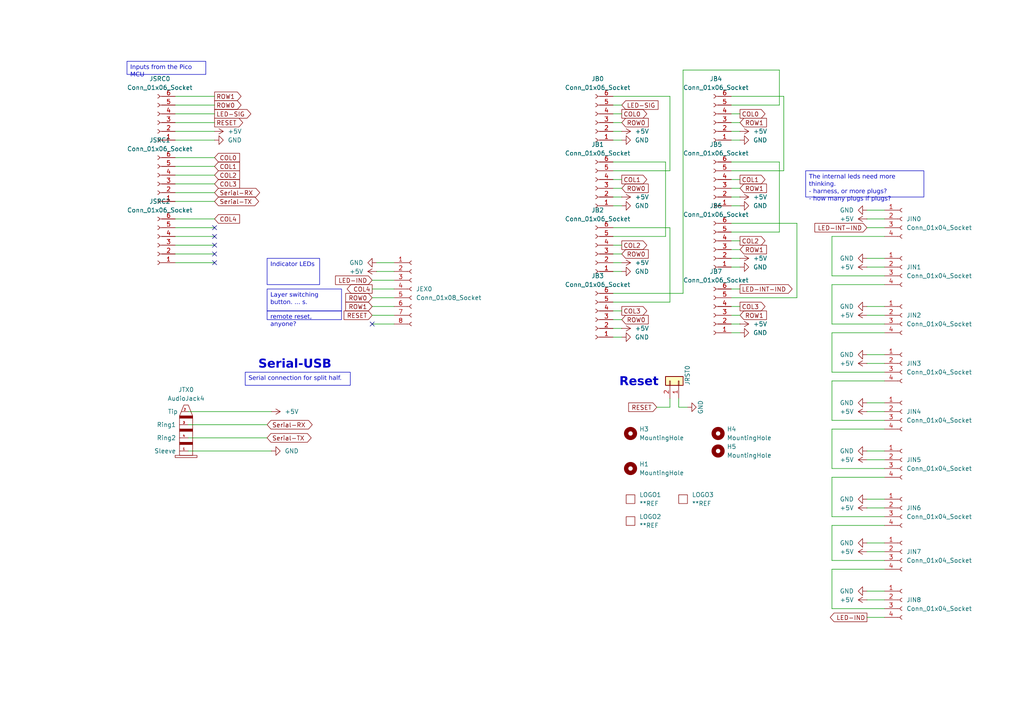
<source format=kicad_sch>
(kicad_sch (version 20231120) (generator "eeschema") (generator_version "8.0")
  (paper "A4")
  (lib_symbols
    (symbol "+5V_1" (power) (pin_numbers hide) (pin_names (offset 0) hide)
      (property "Value" "+5V" (at 0 3.556 0))
      (symbol "+5V_1_0_1"
        (polyline (pts (xy -0.762 1.27) (xy 0 2.54)))
        (polyline (pts (xy 0 0) (xy 0 2.54)))
        (polyline (pts (xy 0 2.54) (xy 0.762 1.27)))
      )
      (symbol "+5V_1_1_1"
        (pin power_in line (at 0 0 90) (length 0) (name "~") (number "1"))
      )
    )
    (symbol "+5V_2" (power) (pin_numbers hide) (pin_names (offset 0) hide)
      (property "Value" "+5V" (at 0 3.556 0))
      (symbol "+5V_2_0_1"
        (polyline (pts (xy -0.762 1.27) (xy 0 2.54)))
        (polyline (pts (xy 0 0) (xy 0 2.54)))
        (polyline (pts (xy 0 2.54) (xy 0.762 1.27)))
      )
      (symbol "+5V_2_1_1"
        (pin power_in line (at 0 0 90) (length 0) (name "~") (number "1"))
      )
    )
    (symbol "Connector:Conn_01x04_Socket" (pin_names (offset 1.016) hide)
      (property "Reference" "J" (at 0 5.08 0))
      (property "Value" "Conn_01x04_Socket" (at 0 -7.62 0))
      (symbol "Conn_01x04_Socket_1_1"
        (arc (start 0 -4.572) (mid -0.5058 -5.08) (end 0 -5.588) (stroke (width 0.1524)))
        (arc (start 0 -2.032) (mid -0.5058 -2.54) (end 0 -3.048) (stroke (width 0.1524)))
        (polyline (pts (xy -1.27 -5.08) (xy -0.508 -5.08)) (stroke (width 0.1524)))
        (polyline (pts (xy -1.27 -2.54) (xy -0.508 -2.54)) (stroke (width 0.1524)))
        (polyline (pts (xy -1.27 0) (xy -0.508 0)) (stroke (width 0.1524)))
        (polyline (pts (xy -1.27 2.54) (xy -0.508 2.54)) (stroke (width 0.1524)))
        (arc (start 0 0.508) (mid -0.5058 0) (end 0 -0.508) (stroke (width 0.1524)))
        (arc (start 0 3.048) (mid -0.5058 2.54) (end 0 2.032) (stroke (width 0.1524)))
        (pin passive line (at -5.08 2.54 0) (length 3.81) (name "Pin_1") (number "1"))
        (pin passive line (at -5.08 0 0) (length 3.81) (name "Pin_2") (number "2"))
        (pin passive line (at -5.08 -2.54 0) (length 3.81) (name "Pin_3") (number "3"))
        (pin passive line (at -5.08 -5.08 0) (length 3.81) (name "Pin_4") (number "4"))
      )
    )
    (symbol "Connector:Conn_01x06_Socket" (pin_names (offset 1.016) hide)
      (property "Reference" "J" (at 0 7.62 0))
      (property "Value" "Conn_01x06_Socket" (at 0 -10.16 0))
      (symbol "Conn_01x06_Socket_1_1"
        (arc (start 0 -7.112) (mid -0.5058 -7.62) (end 0 -8.128) (stroke (width 0.1524)))
        (arc (start 0 -4.572) (mid -0.5058 -5.08) (end 0 -5.588) (stroke (width 0.1524)))
        (arc (start 0 -2.032) (mid -0.5058 -2.54) (end 0 -3.048) (stroke (width 0.1524)))
        (polyline (pts (xy -1.27 -7.62) (xy -0.508 -7.62)) (stroke (width 0.1524)))
        (polyline (pts (xy -1.27 -5.08) (xy -0.508 -5.08)) (stroke (width 0.1524)))
        (polyline (pts (xy -1.27 -2.54) (xy -0.508 -2.54)) (stroke (width 0.1524)))
        (polyline (pts (xy -1.27 0) (xy -0.508 0)) (stroke (width 0.1524)))
        (polyline (pts (xy -1.27 2.54) (xy -0.508 2.54)) (stroke (width 0.1524)))
        (polyline (pts (xy -1.27 5.08) (xy -0.508 5.08)) (stroke (width 0.1524)))
        (arc (start 0 0.508) (mid -0.5058 0) (end 0 -0.508) (stroke (width 0.1524)))
        (arc (start 0 3.048) (mid -0.5058 2.54) (end 0 2.032) (stroke (width 0.1524)))
        (arc (start 0 5.588) (mid -0.5058 5.08) (end 0 4.572) (stroke (width 0.1524)))
        (pin passive line (at -5.08 5.08 0) (length 3.81) (name "Pin_1") (number "1"))
        (pin passive line (at -5.08 2.54 0) (length 3.81) (name "Pin_2") (number "2"))
        (pin passive line (at -5.08 0 0) (length 3.81) (name "Pin_3") (number "3"))
        (pin passive line (at -5.08 -2.54 0) (length 3.81) (name "Pin_4") (number "4"))
        (pin passive line (at -5.08 -5.08 0) (length 3.81) (name "Pin_5") (number "5"))
        (pin passive line (at -5.08 -7.62 0) (length 3.81) (name "Pin_6") (number "6"))
      )
    )
    (symbol "Connector:Conn_01x08_Socket" (pin_names (offset 1.016) hide)
      (property "Reference" "J" (at 0 10.16 0))
      (property "Value" "Conn_01x08_Socket" (at 0 -12.7 0))
      (symbol "Conn_01x08_Socket_1_1"
        (arc (start 0 -9.652) (mid -0.5058 -10.16) (end 0 -10.668) (stroke (width 0.1524)))
        (arc (start 0 -7.112) (mid -0.5058 -7.62) (end 0 -8.128) (stroke (width 0.1524)))
        (arc (start 0 -4.572) (mid -0.5058 -5.08) (end 0 -5.588) (stroke (width 0.1524)))
        (arc (start 0 -2.032) (mid -0.5058 -2.54) (end 0 -3.048) (stroke (width 0.1524)))
        (polyline (pts (xy -1.27 -10.16) (xy -0.508 -10.16)) (stroke (width 0.1524)))
        (polyline (pts (xy -1.27 -7.62) (xy -0.508 -7.62)) (stroke (width 0.1524)))
        (polyline (pts (xy -1.27 -5.08) (xy -0.508 -5.08)) (stroke (width 0.1524)))
        (polyline (pts (xy -1.27 -2.54) (xy -0.508 -2.54)) (stroke (width 0.1524)))
        (polyline (pts (xy -1.27 0) (xy -0.508 0)) (stroke (width 0.1524)))
        (polyline (pts (xy -1.27 2.54) (xy -0.508 2.54)) (stroke (width 0.1524)))
        (polyline (pts (xy -1.27 5.08) (xy -0.508 5.08)) (stroke (width 0.1524)))
        (polyline (pts (xy -1.27 7.62) (xy -0.508 7.62)) (stroke (width 0.1524)))
        (arc (start 0 0.508) (mid -0.5058 0) (end 0 -0.508) (stroke (width 0.1524)))
        (arc (start 0 3.048) (mid -0.5058 2.54) (end 0 2.032) (stroke (width 0.1524)))
        (arc (start 0 5.588) (mid -0.5058 5.08) (end 0 4.572) (stroke (width 0.1524)))
        (arc (start 0 8.128) (mid -0.5058 7.62) (end 0 7.112) (stroke (width 0.1524)))
        (pin passive line (at -5.08 7.62 0) (length 3.81) (name "Pin_1") (number "1"))
        (pin passive line (at -5.08 5.08 0) (length 3.81) (name "Pin_2") (number "2"))
        (pin passive line (at -5.08 2.54 0) (length 3.81) (name "Pin_3") (number "3"))
        (pin passive line (at -5.08 0 0) (length 3.81) (name "Pin_4") (number "4"))
        (pin passive line (at -5.08 -2.54 0) (length 3.81) (name "Pin_5") (number "5"))
        (pin passive line (at -5.08 -5.08 0) (length 3.81) (name "Pin_6") (number "6"))
        (pin passive line (at -5.08 -7.62 0) (length 3.81) (name "Pin_7") (number "7"))
        (pin passive line (at -5.08 -10.16 0) (length 3.81) (name "Pin_8") (number "8"))
      )
    )
    (symbol "Connector_Generic:Conn_01x02" (pin_names (offset 1.016) hide)
      (property "Reference" "J" (at 0 2.54 0))
      (property "Value" "Conn_01x02" (at 0 -5.08 0))
      (symbol "Conn_01x02_1_1"
        (rectangle (start -1.27 -2.413) (end 0 -2.667) (stroke (width 0.1524)))
        (rectangle (start -1.27 0.127) (end 0 -0.127) (stroke (width 0.1524)))
        (rectangle (start -1.27 1.27) (end 1.27 -3.81) (stroke (width 0.254)) (fill (type background)))
        (pin passive line (at -5.08 0 0) (length 3.81) (name "Pin_1") (number "1"))
        (pin passive line (at -5.08 -2.54 0) (length 3.81) (name "Pin_2") (number "2"))
      )
    )
    (symbol "GND_1" (power) (pin_numbers hide) (pin_names (offset 0) hide)
      (property "Value" "GND" (at 0 -3.81 0))
      (symbol "GND_1_0_1"
        (polyline (pts (xy 0 0) (xy 0 -1.27) (xy 1.27 -1.27) (xy 0 -2.54) (xy -1.27 -1.27) (xy 0 -1.27)))
      )
      (symbol "GND_1_1_1"
        (pin power_in line (at 0 0 270) (length 0) (name "~") (number "1"))
      )
    )
    (symbol "GND_2" (power) (pin_numbers hide) (pin_names (offset 0) hide)
      (property "Value" "GND" (at 0 -3.81 0))
      (symbol "GND_2_0_1"
        (polyline (pts (xy 0 0) (xy 0 -1.27) (xy 1.27 -1.27) (xy 0 -2.54) (xy -1.27 -1.27) (xy 0 -1.27)))
      )
      (symbol "GND_2_1_1"
        (pin power_in line (at 0 0 270) (length 0) (name "~") (number "1"))
      )
    )
    (symbol "Mechanical:MountingHole" (pin_names (offset 1.016)) (exclude_from_sim yes) (in_bom no)
      (property "Reference" "H" (at 0 5.08 0))
      (property "Value" "MountingHole" (at 0 3.175 0))
      (symbol "MountingHole_0_1"
        (circle (center 0 0) (radius 1.27) (stroke (width 1.27)))
      )
    )
    (symbol "PJ-320A_Library:PJ-320A" (pin_names (offset 1.016))
      (property "Reference" "U" (at 0 -1.905 0))
      (property "Value" "PJ-320A" (at 0 0 0))
      (symbol "PJ-320A_0_1"
        (rectangle (start -3.175 1.27) (end 3.175 1.905))
        (rectangle (start -1.905 1.905) (end 1.905 5.08))
        (rectangle (start -1.905 5.08) (end 1.905 5.715) (fill (type outline)))
        (rectangle (start -1.905 5.715) (end 1.905 8.89))
        (rectangle (start -1.905 8.89) (end 1.905 9.525) (fill (type outline)))
        (rectangle (start -1.905 9.525) (end 1.905 12.7))
        (rectangle (start -1.905 12.7) (end 1.905 13.335) (fill (type outline)))
        (polyline (pts (xy -1.905 13.335) (xy -0.635 16.51) (xy 0.635 16.51) (xy 1.905 13.335) (xy -1.905 13.335)))
      )
      (symbol "PJ-320A_1_1"
        (pin bidirectional line (at 0.635 3.175 180) (length 2.54) (name "Sleeve") (number "1"))
        (pin bidirectional line (at 0.635 14.605 180) (length 2.0066) (name "Tip") (number "2"))
        (pin bidirectional line (at 0.635 10.795 180) (length 2.54) (name "Ring1") (number "3"))
        (pin bidirectional line (at 0.635 6.985 180) (length 2.54) (name "Ring2") (number "4"))
      )
    )
    (symbol "ct-kicad:awesome-logo" (in_bom no)
      (property "Reference" "LOGO" (at 0 0 0))
      (property "Value" "**REF" (at 0 0 0))
      (symbol "awesome-logo_0_1"
        (rectangle (start -1.27 1.27) (end 1.27 -1.27))
      )
    )
    (symbol "ct-kicad:pedalinator-qr-10mm" (in_bom no)
      (property "Reference" "LOGO" (at 0 0 0))
      (property "Value" "**REF" (at 0 0 0))
      (symbol "pedalinator-qr-10mm_0_1"
        (rectangle (start -1.27 1.27) (end 1.27 -1.27))
      )
    )
    (symbol "power:GND" (power) (pin_names (offset 0))
      (property "Value" "GND" (at 0 -3.81 0))
      (symbol "GND_0_1"
        (polyline (pts (xy 0 0) (xy 0 -1.27) (xy 1.27 -1.27) (xy 0 -2.54) (xy -1.27 -1.27) (xy 0 -1.27)))
      )
      (symbol "GND_1_1"
        (pin power_in line (at 0 0 270) (length 0) hide (name "GND") (number "1"))
      )
    )
  )
  (no_connect (at 62.23 68.58))
  (no_connect (at 62.23 73.66))
  (no_connect (at 107.95 93.98))
  (no_connect (at 62.23 76.2))
  (no_connect (at 62.23 66.04))
  (no_connect (at 62.23 71.12))
  (wire (pts (xy 193.04 46.99) (xy 193.04 68.58)))
  (wire (pts (xy 177.8 46.99) (xy 193.04 46.99)))
  (wire (pts (xy 212.09 86.36) (xy 231.14 86.36)))
  (wire (pts (xy 241.3 124.46) (xy 241.3 135.89)))
  (wire (pts (xy 50.8 45.72) (xy 62.23 45.72)))
  (wire (pts (xy 251.46 60.96) (xy 256.54 60.96)))
  (wire (pts (xy 256.54 96.52) (xy 241.3 96.52)))
  (wire (pts (xy 241.3 138.43) (xy 241.3 149.86)))
  (wire (pts (xy 50.8 55.88) (xy 62.23 55.88)))
  (wire (pts (xy 256.54 138.43) (xy 241.3 138.43)))
  (wire (pts (xy 50.8 53.34) (xy 62.23 53.34)))
  (wire (pts (xy 177.8 90.17) (xy 180.34 90.17)))
  (wire (pts (xy 177.8 66.04) (xy 194.31 66.04)))
  (wire (pts (xy 50.8 38.1) (xy 62.23 38.1)))
  (wire (pts (xy 177.8 49.53) (xy 194.31 49.53)))
  (wire (pts (xy 231.14 64.77) (xy 231.14 86.36)))
  (wire (pts (xy 198.12 85.09) (xy 198.12 20.32)))
  (wire (pts (xy 177.8 92.71) (xy 180.34 92.71)))
  (wire (pts (xy 212.09 72.39) (xy 214.63 72.39)))
  (wire (pts (xy 109.22 76.2) (xy 114.3 76.2)))
  (wire (pts (xy 241.3 107.95) (xy 256.54 107.95)))
  (wire (pts (xy 241.3 110.49) (xy 241.3 121.92)))
  (wire (pts (xy 212.09 27.94) (xy 227.33 27.94)))
  (wire (pts (xy 177.8 54.61) (xy 180.34 54.61)))
  (wire (pts (xy 54.61 130.81) (xy 78.74 130.81)))
  (wire (pts (xy 241.3 176.53) (xy 256.54 176.53)))
  (wire (pts (xy 212.09 96.52) (xy 214.63 96.52)))
  (wire (pts (xy 256.54 110.49) (xy 241.3 110.49)))
  (wire (pts (xy 241.3 68.58) (xy 241.3 80.01)))
  (wire (pts (xy 251.46 105.41) (xy 256.54 105.41)))
  (wire (pts (xy 251.46 144.78) (xy 256.54 144.78)))
  (wire (pts (xy 177.8 52.07) (xy 180.34 52.07)))
  (wire (pts (xy 251.46 130.81) (xy 256.54 130.81)))
  (wire (pts (xy 256.54 124.46) (xy 241.3 124.46)))
  (wire (pts (xy 241.3 162.56) (xy 241.3 152.4)))
  (wire (pts (xy 107.95 83.82) (xy 114.3 83.82)))
  (wire (pts (xy 107.95 91.44) (xy 114.3 91.44)))
  (wire (pts (xy 194.31 118.11) (xy 190.5 118.11)))
  (wire (pts (xy 50.8 48.26) (xy 62.23 48.26)))
  (wire (pts (xy 256.54 68.58) (xy 241.3 68.58)))
  (wire (pts (xy 212.09 46.99) (xy 226.06 46.99)))
  (wire (pts (xy 194.31 49.53) (xy 194.31 27.94)))
  (wire (pts (xy 212.09 88.9) (xy 214.63 88.9)))
  (wire (pts (xy 107.95 88.9) (xy 114.3 88.9)))
  (wire (pts (xy 177.8 38.1) (xy 180.34 38.1)))
  (wire (pts (xy 50.8 73.66) (xy 62.23 73.66)))
  (wire (pts (xy 212.09 77.47) (xy 214.63 77.47)))
  (wire (pts (xy 177.8 95.25) (xy 180.34 95.25)))
  (wire (pts (xy 177.8 30.48) (xy 180.34 30.48)))
  (wire (pts (xy 251.46 133.35) (xy 256.54 133.35)))
  (wire (pts (xy 251.46 88.9) (xy 256.54 88.9)))
  (wire (pts (xy 251.46 66.04) (xy 256.54 66.04)))
  (wire (pts (xy 251.46 147.32) (xy 256.54 147.32)))
  (wire (pts (xy 212.09 69.85) (xy 214.63 69.85)))
  (wire (pts (xy 177.8 97.79) (xy 180.34 97.79)))
  (wire (pts (xy 194.31 118.11) (xy 194.31 115.57)))
  (wire (pts (xy 212.09 54.61) (xy 214.63 54.61)))
  (wire (pts (xy 212.09 57.15) (xy 214.63 57.15)))
  (wire (pts (xy 107.95 93.98) (xy 114.3 93.98)))
  (wire (pts (xy 212.09 30.48) (xy 226.06 30.48)))
  (wire (pts (xy 177.8 85.09) (xy 198.12 85.09)))
  (wire (pts (xy 177.8 57.15) (xy 180.34 57.15)))
  (wire (pts (xy 109.22 78.74) (xy 114.3 78.74)))
  (wire (pts (xy 177.8 71.12) (xy 180.34 71.12)))
  (wire (pts (xy 227.33 27.94) (xy 227.33 49.53)))
  (wire (pts (xy 241.3 165.1) (xy 256.54 165.1)))
  (wire (pts (xy 50.8 50.8) (xy 62.23 50.8)))
  (wire (pts (xy 241.3 135.89) (xy 256.54 135.89)))
  (wire (pts (xy 177.8 87.63) (xy 194.31 87.63)))
  (wire (pts (xy 107.95 86.36) (xy 114.3 86.36)))
  (wire (pts (xy 241.3 165.1) (xy 241.3 176.53)))
  (wire (pts (xy 241.3 93.98) (xy 256.54 93.98)))
  (wire (pts (xy 196.85 115.57) (xy 196.85 118.11)))
  (wire (pts (xy 212.09 64.77) (xy 231.14 64.77)))
  (wire (pts (xy 194.31 27.94) (xy 177.8 27.94)))
  (wire (pts (xy 50.8 35.56) (xy 62.23 35.56)))
  (wire (pts (xy 212.09 33.02) (xy 214.63 33.02)))
  (wire (pts (xy 177.8 35.56) (xy 180.34 35.56)))
  (wire (pts (xy 54.61 119.38) (xy 78.74 119.38)))
  (wire (pts (xy 212.09 93.98) (xy 214.63 93.98)))
  (wire (pts (xy 256.54 82.55) (xy 241.3 82.55)))
  (wire (pts (xy 226.06 20.32) (xy 226.06 30.48)))
  (wire (pts (xy 54.61 123.19) (xy 77.47 123.19)))
  (wire (pts (xy 251.46 157.48) (xy 256.54 157.48)))
  (wire (pts (xy 241.3 121.92) (xy 256.54 121.92)))
  (wire (pts (xy 251.46 74.93) (xy 256.54 74.93)))
  (wire (pts (xy 177.8 73.66) (xy 180.34 73.66)))
  (wire (pts (xy 251.46 63.5) (xy 256.54 63.5)))
  (wire (pts (xy 107.95 81.28) (xy 114.3 81.28)))
  (wire (pts (xy 251.46 160.02) (xy 256.54 160.02)))
  (wire (pts (xy 241.3 82.55) (xy 241.3 93.98)))
  (wire (pts (xy 212.09 38.1) (xy 214.63 38.1)))
  (wire (pts (xy 241.3 149.86) (xy 256.54 149.86)))
  (wire (pts (xy 212.09 67.31) (xy 226.06 67.31)))
  (wire (pts (xy 50.8 30.48) (xy 62.23 30.48)))
  (wire (pts (xy 241.3 80.01) (xy 256.54 80.01)))
  (wire (pts (xy 50.8 58.42) (xy 62.23 58.42)))
  (wire (pts (xy 177.8 59.69) (xy 180.34 59.69)))
  (wire (pts (xy 212.09 49.53) (xy 227.33 49.53)))
  (wire (pts (xy 212.09 40.64) (xy 214.63 40.64)))
  (wire (pts (xy 212.09 83.82) (xy 214.63 83.82)))
  (wire (pts (xy 226.06 46.99) (xy 226.06 67.31)))
  (wire (pts (xy 251.46 171.45) (xy 256.54 171.45)))
  (wire (pts (xy 177.8 40.64) (xy 180.34 40.64)))
  (wire (pts (xy 50.8 71.12) (xy 62.23 71.12)))
  (wire (pts (xy 251.46 119.38) (xy 256.54 119.38)))
  (wire (pts (xy 251.46 116.84) (xy 256.54 116.84)))
  (wire (pts (xy 241.3 162.56) (xy 256.54 162.56)))
  (wire (pts (xy 212.09 52.07) (xy 214.63 52.07)))
  (wire (pts (xy 50.8 40.64) (xy 62.23 40.64)))
  (wire (pts (xy 50.8 63.5) (xy 62.23 63.5)))
  (wire (pts (xy 212.09 35.56) (xy 214.63 35.56)))
  (wire (pts (xy 54.61 127) (xy 77.47 127)))
  (wire (pts (xy 177.8 76.2) (xy 180.34 76.2)))
  (wire (pts (xy 212.09 74.93) (xy 214.63 74.93)))
  (wire (pts (xy 50.8 76.2) (xy 62.23 76.2)))
  (wire (pts (xy 196.85 118.11) (xy 199.39 118.11)))
  (wire (pts (xy 177.8 68.58) (xy 193.04 68.58)))
  (wire (pts (xy 50.8 66.04) (xy 62.23 66.04)))
  (wire (pts (xy 251.46 102.87) (xy 256.54 102.87)))
  (wire (pts (xy 194.31 66.04) (xy 194.31 87.63)))
  (wire (pts (xy 251.46 179.07) (xy 256.54 179.07)))
  (wire (pts (xy 212.09 59.69) (xy 214.63 59.69)))
  (wire (pts (xy 177.8 78.74) (xy 180.34 78.74)))
  (wire (pts (xy 198.12 20.32) (xy 226.06 20.32)))
  (wire (pts (xy 241.3 96.52) (xy 241.3 107.95)))
  (wire (pts (xy 251.46 173.99) (xy 256.54 173.99)))
  (wire (pts (xy 212.09 91.44) (xy 214.63 91.44)))
  (wire (pts (xy 251.46 91.44) (xy 256.54 91.44)))
  (wire (pts (xy 50.8 68.58) (xy 62.23 68.58)))
  (wire (pts (xy 50.8 33.02) (xy 62.23 33.02)))
  (wire (pts (xy 241.3 152.4) (xy 256.54 152.4)))
  (wire (pts (xy 50.8 27.94) (xy 62.23 27.94)))
  (wire (pts (xy 251.46 77.47) (xy 256.54 77.47)))
  (wire (pts (xy 177.8 33.02) (xy 180.34 33.02)))
  (text_box "Serial connection for split half." (at 71.12 107.95 0) (size 30.48 3.81) (effects (font (size 1.27 1.27)) (justify left top)))
  (text_box "The internal leds need more thinking.\n- harness, or more plugs?\n- how many plugs if plugs?" (at 233.68 49.53 0) (size 34.29 7.62) (effects (font (size 1.27 1.27)) (justify left top)))
  (text_box "Layer switching button. ... s." (at 77.47 83.82 0) (size 21.59 6.35) (effects (font (size 1.27 1.27)) (justify left top)))
  (text_box "remote reset, anyone?" (at 77.47 90.17 0) (size 21.59 2.54) (effects (font (size 1.27 1.27)) (justify left top)))
  (text_box "Inputs from the Pico MCU" (at 36.83 17.78 0) (size 22.86 3.81) (effects (font (size 1.27 1.27)) (justify left top)))
  (text_box "Indicator LEDs" (at 77.47 74.93 0) (size 15.24 7.62) (effects (font (size 1.27 1.27)) (justify left top)))
  (text "Reset" (at 191.008 113.03 0) (effects (font (size 2.54 2.54) (thickness 0.508) (bold yes) (italic yes)) (justify right bottom)))
  (text "Serial-USB" (at 74.93 107.95 0) (effects (font (size 2.54 2.54) (thickness 0.508) (bold yes) (italic yes)) (justify left bottom)))
  (global_label "COL1" (shape input) (at 62.23 48.26 0) (property "Intersheetrefs" "${INTERSHEET_REFS}" (effects (hide yes))))
  (global_label "LED-IND" (shape input) (at 107.95 81.28 180) (property "Intersheetrefs" "${INTERSHEET_REFS}" (effects (hide yes))))
  (global_label "ROW0" (shape input) (at 180.34 54.61 0) (property "Intersheetrefs" "${INTERSHEET_REFS}" (effects (hide yes))))
  (global_label "COL4" (shape input) (at 62.23 63.5 0) (property "Intersheetrefs" "${INTERSHEET_REFS}" (effects (hide yes))))
  (global_label "COL1" (shape output) (at 214.63 52.07 0) (property "Intersheetrefs" "${INTERSHEET_REFS}" (effects (hide yes))))
  (global_label "ROW0" (shape input) (at 180.34 35.56 0) (property "Intersheetrefs" "${INTERSHEET_REFS}" (effects (hide yes))))
  (global_label "RESET" (shape output) (at 62.23 35.56 0) (property "Intersheetrefs" "${INTERSHEET_REFS}" (effects (hide yes))))
  (global_label "RESET" (shape input) (at 190.5 118.11 180) (property "Intersheetrefs" "${INTERSHEET_REFS}" (effects (hide yes))))
  (global_label "COL4" (shape output) (at 107.95 83.82 180) (property "Intersheetrefs" "${INTERSHEET_REFS}" (effects (hide yes))))
  (global_label "COL0" (shape input) (at 62.23 45.72 0) (property "Intersheetrefs" "${INTERSHEET_REFS}" (effects (hide yes))))
  (global_label "COL2" (shape input) (at 62.23 50.8 0) (property "Intersheetrefs" "${INTERSHEET_REFS}" (effects (hide yes))))
  (global_label "ROW1" (shape input) (at 214.63 91.44 0) (property "Intersheetrefs" "${INTERSHEET_REFS}" (effects (hide yes))))
  (global_label "COL2" (shape output) (at 214.63 69.85 0) (property "Intersheetrefs" "${INTERSHEET_REFS}" (effects (hide yes))))
  (global_label "LED-SIG" (shape input) (at 180.34 30.48 0) (property "Intersheetrefs" "${INTERSHEET_REFS}" (effects (hide yes))))
  (global_label "LED-IND" (shape output) (at 251.46 179.07 180) (property "Intersheetrefs" "${INTERSHEET_REFS}" (effects (hide yes))))
  (global_label "LED-SIG" (shape output) (at 62.23 33.02 0) (property "Intersheetrefs" "${INTERSHEET_REFS}" (effects (hide yes))))
  (global_label "Serial-RX" (shape bidirectional) (at 62.23 55.88 0) (property "Intersheetrefs" "${INTERSHEET_REFS}" (effects (hide yes))))
  (global_label "COL2" (shape output) (at 180.34 71.12 0) (property "Intersheetrefs" "${INTERSHEET_REFS}" (effects (hide yes))))
  (global_label "LED-INT-IND" (shape output) (at 214.63 83.82 0) (property "Intersheetrefs" "${INTERSHEET_REFS}" (effects (hide yes))))
  (global_label "ROW1" (shape input) (at 214.63 54.61 0) (property "Intersheetrefs" "${INTERSHEET_REFS}" (effects (hide yes))))
  (global_label "ROW1" (shape output) (at 62.23 27.94 0) (property "Intersheetrefs" "${INTERSHEET_REFS}" (effects (hide yes))))
  (global_label "ROW0" (shape input) (at 107.95 86.36 180) (property "Intersheetrefs" "${INTERSHEET_REFS}" (effects (hide yes))))
  (global_label "Serial-RX" (shape bidirectional) (at 77.47 123.19 0) (property "Intersheetrefs" "${INTERSHEET_REFS}" (effects (hide yes))))
  (global_label "COL0" (shape output) (at 180.34 33.02 0) (property "Intersheetrefs" "${INTERSHEET_REFS}" (effects (hide yes))))
  (global_label "ROW0" (shape input) (at 180.34 73.66 0) (property "Intersheetrefs" "${INTERSHEET_REFS}" (effects (hide yes))))
  (global_label "ROW1" (shape input) (at 107.95 88.9 180) (property "Intersheetrefs" "${INTERSHEET_REFS}" (effects (hide yes))))
  (global_label "COL1" (shape output) (at 180.34 52.07 0) (property "Intersheetrefs" "${INTERSHEET_REFS}" (effects (hide yes))))
  (global_label "ROW1" (shape input) (at 214.63 35.56 0) (property "Intersheetrefs" "${INTERSHEET_REFS}" (effects (hide yes))))
  (global_label "Serial-TX" (shape bidirectional) (at 77.47 127 0) (property "Intersheetrefs" "${INTERSHEET_REFS}" (effects (hide yes))))
  (global_label "Serial-TX" (shape bidirectional) (at 62.23 58.42 0) (property "Intersheetrefs" "${INTERSHEET_REFS}" (effects (hide yes))))
  (global_label "COL3" (shape output) (at 180.34 90.17 0) (property "Intersheetrefs" "${INTERSHEET_REFS}" (effects (hide yes))))
  (global_label "COL3" (shape output) (at 214.63 88.9 0) (property "Intersheetrefs" "${INTERSHEET_REFS}" (effects (hide yes))))
  (global_label "COL3" (shape input) (at 62.23 53.34 0) (property "Intersheetrefs" "${INTERSHEET_REFS}" (effects (hide yes))))
  (global_label "RESET" (shape input) (at 107.95 91.44 180) (property "Intersheetrefs" "${INTERSHEET_REFS}" (effects (hide yes))))
  (global_label "ROW0" (shape output) (at 62.23 30.48 0) (property "Intersheetrefs" "${INTERSHEET_REFS}" (effects (hide yes))))
  (global_label "COL0" (shape output) (at 214.63 33.02 0) (property "Intersheetrefs" "${INTERSHEET_REFS}" (effects (hide yes))))
  (global_label "ROW1" (shape input) (at 214.63 72.39 0) (property "Intersheetrefs" "${INTERSHEET_REFS}" (effects (hide yes))))
  (global_label "ROW0" (shape input) (at 180.34 92.71 0) (property "Intersheetrefs" "${INTERSHEET_REFS}" (effects (hide yes))))
  (global_label "LED-INT-IND" (shape input) (at 251.46 66.04 180) (property "Intersheetrefs" "${INTERSHEET_REFS}" (effects (hide yes))))
  (symbol (lib_id "Connector:Conn_01x06_Socket") (at 172.72 73.66 180) (unit 1) (in_bom no)
    (property "Reference" "JB2" (at 173.355 60.96 0))
    (property "Value" "Conn_01x06_Socket" (at 173.355 63.5 0))
    (property "Footprint" "Connector_JST:JST_XH_1x06_P2.50mm_Horizontal-CT" (effects (hide yes)))
    (property "Description" "Generic connector, single row, 01x06, script generated" (effects (hide yes)))
  )
  (symbol (lib_id "ct-kicad:awesome-logo") (at 182.88 144.78 0) (unit 1) (in_bom no)
    (property "Reference" "LOGO1" (at 185.42 143.5099 0) (effects (justify left)))
    (property "Value" "**REF" (at 185.42 146.0499 0) (effects (justify left)))
    (property "Footprint" "ct-kicad:awesome-logo" (effects (hide yes)))
    (property "Description" "the crazymittens logo" (effects (hide yes)))
  )
  (symbol (lib_name "+5V_2") (lib_id "power:+5V") (at 109.22 78.74 90) (unit 1)
    (property "Reference" "#PWR033" (effects (hide yes)))
    (property "Value" "+5V" (at 105.41 78.7399 90) (effects (justify left)))
    (property "Description" "Power symbol creates a global label with name \"+5V\"" (effects (hide yes)))
  )
  (symbol (lib_id "Connector:Conn_01x04_Socket") (at 261.62 173.99 0) (unit 1)
    (property "Reference" "JIN8" (at 262.89 173.9899 0) (effects (justify left)))
    (property "Value" "Conn_01x04_Socket" (at 262.89 176.5299 0) (effects (justify left)))
    (property "Footprint" "Connector_JST:JST_XH_1x04_P2.50mm_Horizontal-CT" (effects (hide yes)))
    (property "Description" "Generic connector, single row, 01x04, script generated" (effects (hide yes)))
  )
  (symbol (lib_id "Connector:Conn_01x04_Socket") (at 261.62 105.41 0) (unit 1)
    (property "Reference" "JIN3" (at 262.89 105.4099 0) (effects (justify left)))
    (property "Value" "Conn_01x04_Socket" (at 262.89 107.9499 0) (effects (justify left)))
    (property "Footprint" "Connector_JST:JST_XH_1x04_P2.50mm_Horizontal-CT" (effects (hide yes)))
    (property "Description" "Generic connector, single row, 01x04, script generated" (effects (hide yes)))
  )
  (symbol (lib_id "Connector_Generic:Conn_01x02") (at 196.85 110.49 270) (mirror x) (unit 1) (in_bom no)
    (property "Reference" "JRST0" (at 199.39 111.76 0) (effects (justify left)))
    (property "Value" "Conn_01x02" (effects (hide yes)))
    (property "Footprint" "Connector_JST:JST_XH_S2B-XH-A_1x02_P2.50mm_Horizontal" (effects (hide yes)))
  )
  (symbol (lib_id "power:GND") (at 251.46 74.93 270) (unit 1)
    (property "Reference" "#PWR04" (effects (hide yes)))
    (property "Value" "GND" (at 247.65 74.9301 90) (effects (justify right)))
  )
  (symbol (lib_id "Mechanical:MountingHole") (at 182.88 125.73 0) (unit 1) (exclude_from_sim yes) (in_bom no)
    (property "Reference" "H3" (at 185.42 124.4599 0) (effects (justify left)))
    (property "Value" "MountingHole" (at 185.42 126.9999 0) (effects (justify left)))
    (property "Footprint" "MountingHole:MountingHole_3.2mm_M3_Pad_Via" (effects (hide yes)))
    (property "Description" "Mounting Hole without connection" (effects (hide yes)))
  )
  (symbol (lib_id "Connector:Conn_01x06_Socket") (at 45.72 53.34 180) (unit 1) (in_bom no)
    (property "Reference" "JSRC1" (at 46.355 40.64 0))
    (property "Value" "Conn_01x06_Socket" (at 46.355 43.18 0))
    (property "Footprint" "Connector_JST:JST_XH_1x06_P2.50mm_Horizontal-CT" (effects (hide yes)))
    (property "Description" "Generic connector, single row, 01x06, script generated" (effects (hide yes)))
  )
  (symbol (lib_name "+5V_1") (lib_id "power:+5V") (at 214.63 38.1 270) (unit 1)
    (property "Reference" "#PWR020" (effects (hide yes)))
    (property "Value" "+5V" (at 218.44 38.0999 90) (effects (justify left)))
    (property "Description" "Power symbol creates a global label with name \"+5V\"" (effects (hide yes)))
  )
  (symbol (lib_id "power:GND") (at 214.63 59.69 90) (unit 1)
    (property "Reference" "#PWR027" (effects (hide yes)))
    (property "Value" "GND" (at 218.44 59.6899 90) (effects (justify right)))
  )
  (symbol (lib_id "power:GND") (at 251.46 171.45 270) (unit 1)
    (property "Reference" "#PWR040" (effects (hide yes)))
    (property "Value" "GND" (at 247.65 171.4501 90) (effects (justify right)))
  )
  (symbol (lib_id "power:GND") (at 251.46 116.84 270) (unit 1)
    (property "Reference" "#PWR011" (effects (hide yes)))
    (property "Value" "GND" (at 247.65 116.8401 90) (effects (justify right)))
  )
  (symbol (lib_id "Connector:Conn_01x04_Socket") (at 261.62 119.38 0) (unit 1)
    (property "Reference" "JIN4" (at 262.89 119.3799 0) (effects (justify left)))
    (property "Value" "Conn_01x04_Socket" (at 262.89 121.9199 0) (effects (justify left)))
    (property "Footprint" "Connector_JST:JST_XH_1x04_P2.50mm_Horizontal-CT" (effects (hide yes)))
    (property "Description" "Generic connector, single row, 01x04, script generated" (effects (hide yes)))
  )
  (symbol (lib_id "power:GND") (at 251.46 130.81 270) (unit 1)
    (property "Reference" "#PWR014" (effects (hide yes)))
    (property "Value" "GND" (at 247.65 130.8101 90) (effects (justify right)))
  )
  (symbol (lib_id "Connector:Conn_01x06_Socket") (at 207.01 72.39 180) (unit 1) (in_bom no)
    (property "Reference" "JB6" (at 207.645 59.69 0))
    (property "Value" "Conn_01x06_Socket" (at 207.645 62.23 0))
    (property "Footprint" "Connector_JST:JST_XH_1x06_P2.50mm_Horizontal-CT" (effects (hide yes)))
    (property "Description" "Generic connector, single row, 01x06, script generated" (effects (hide yes)))
  )
  (symbol (lib_id "Connector:Conn_01x06_Socket") (at 172.72 54.61 180) (unit 1) (in_bom no)
    (property "Reference" "JB1" (at 173.355 41.91 0))
    (property "Value" "Conn_01x06_Socket" (at 173.355 44.45 0))
    (property "Footprint" "Connector_JST:JST_XH_1x06_P2.50mm_Horizontal-CT" (effects (hide yes)))
    (property "Description" "Generic connector, single row, 01x06, script generated" (effects (hide yes)))
  )
  (symbol (lib_id "power:GND") (at 180.34 78.74 90) (unit 1)
    (property "Reference" "#PWR023" (effects (hide yes)))
    (property "Value" "GND" (at 184.15 78.7399 90) (effects (justify right)))
  )
  (symbol (lib_id "power:GND") (at 180.34 97.79 90) (unit 1)
    (property "Reference" "#PWR025" (effects (hide yes)))
    (property "Value" "GND" (at 184.15 97.7899 90) (effects (justify right)))
  )
  (symbol (lib_id "Connector:Conn_01x04_Socket") (at 261.62 77.47 0) (unit 1)
    (property "Reference" "JIN1" (at 262.89 77.4699 0) (effects (justify left)))
    (property "Value" "Conn_01x04_Socket" (at 262.89 80.0099 0) (effects (justify left)))
    (property "Footprint" "Connector_JST:JST_XH_1x04_P2.50mm_Horizontal-CT" (effects (hide yes)))
    (property "Description" "Generic connector, single row, 01x04, script generated" (effects (hide yes)))
  )
  (symbol (lib_name "+5V_1") (lib_id "power:+5V") (at 214.63 74.93 270) (unit 1)
    (property "Reference" "#PWR031" (effects (hide yes)))
    (property "Value" "+5V" (at 218.44 74.9299 90) (effects (justify left)))
    (property "Description" "Power symbol creates a global label with name \"+5V\"" (effects (hide yes)))
  )
  (symbol (lib_id "Connector:Conn_01x06_Socket") (at 207.01 54.61 180) (unit 1) (in_bom no)
    (property "Reference" "JB5" (at 207.645 41.91 0))
    (property "Value" "Conn_01x06_Socket" (at 207.645 44.45 0))
    (property "Footprint" "Connector_JST:JST_XH_1x06_P2.50mm_Horizontal-CT" (effects (hide yes)))
    (property "Description" "Generic connector, single row, 01x06, script generated" (effects (hide yes)))
  )
  (symbol (lib_name "GND_2") (lib_id "power:GND") (at 62.23 40.64 90) (unit 1)
    (property "Reference" "#PWR015" (effects (hide yes)))
    (property "Value" "GND" (at 66.04 40.6399 90) (effects (justify right)))
    (property "Description" "Power symbol creates a global label with name \"GND\" , ground" (effects (hide yes)))
  )
  (symbol (lib_name "+5V_1") (lib_id "power:+5V") (at 251.46 173.99 90) (unit 1)
    (property "Reference" "#PWR041" (effects (hide yes)))
    (property "Value" "+5V" (at 247.65 173.9901 90) (effects (justify left)))
    (property "Description" "Power symbol creates a global label with name \"+5V\"" (effects (hide yes)))
  )
  (symbol (lib_id "Mechanical:MountingHole") (at 208.28 125.73 0) (unit 1) (exclude_from_sim yes) (in_bom no)
    (property "Reference" "H4" (at 210.82 124.4599 0) (effects (justify left)))
    (property "Value" "MountingHole" (at 210.82 126.9999 0) (effects (justify left)))
    (property "Footprint" "MountingHole:MountingHole_5mm" (effects (hide yes)))
    (property "Description" "Mounting Hole without connection" (effects (hide yes)))
  )
  (symbol (lib_name "+5V_1") (lib_id "power:+5V") (at 180.34 38.1 270) (unit 1)
    (property "Reference" "#PWR018" (effects (hide yes)))
    (property "Value" "+5V" (at 184.15 38.0999 90) (effects (justify left)))
    (property "Description" "Power symbol creates a global label with name \"+5V\"" (effects (hide yes)))
  )
  (symbol (lib_name "+5V_1") (lib_id "power:+5V") (at 251.46 133.35 90) (unit 1)
    (property "Reference" "#PWR035" (effects (hide yes)))
    (property "Value" "+5V" (at 247.65 133.3501 90) (effects (justify left)))
    (property "Description" "Power symbol creates a global label with name \"+5V\"" (effects (hide yes)))
  )
  (symbol (lib_id "Mechanical:MountingHole") (at 182.88 135.89 0) (unit 1) (exclude_from_sim yes) (in_bom no)
    (property "Reference" "H1" (at 185.42 134.6199 0) (effects (justify left)))
    (property "Value" "MountingHole" (at 185.42 137.1599 0) (effects (justify left)))
    (property "Footprint" "MountingHole:MountingHole_3.2mm_M3_Pad_Via" (effects (hide yes)))
    (property "Description" "Mounting Hole without connection" (effects (hide yes)))
  )
  (symbol (lib_name "+5V_2") (lib_id "power:+5V") (at 62.23 38.1 270) (unit 1)
    (property "Reference" "#PWR016" (effects (hide yes)))
    (property "Value" "+5V" (at 66.04 38.0999 90) (effects (justify left)))
    (property "Description" "Power symbol creates a global label with name \"+5V\"" (effects (hide yes)))
  )
  (symbol (lib_id "power:GND") (at 251.46 88.9 270) (unit 1)
    (property "Reference" "#PWR06" (effects (hide yes)))
    (property "Value" "GND" (at 247.65 88.9001 90) (effects (justify right)))
  )
  (symbol (lib_id "Connector:Conn_01x06_Socket") (at 172.72 35.56 180) (unit 1) (in_bom no)
    (property "Reference" "JB0" (at 173.355 22.86 0))
    (property "Value" "Conn_01x06_Socket" (at 173.355 25.4 0))
    (property "Footprint" "Connector_JST:JST_XH_1x06_P2.50mm_Horizontal-CT" (effects (hide yes)))
    (property "Description" "Generic connector, single row, 01x06, script generated" (effects (hide yes)))
  )
  (symbol (lib_id "Connector:Conn_01x04_Socket") (at 261.62 147.32 0) (unit 1)
    (property "Reference" "JIN6" (at 262.89 147.3199 0) (effects (justify left)))
    (property "Value" "Conn_01x04_Socket" (at 262.89 149.8599 0) (effects (justify left)))
    (property "Footprint" "Connector_JST:JST_XH_1x04_P2.50mm_Horizontal-CT" (effects (hide yes)))
    (property "Description" "Generic connector, single row, 01x04, script generated" (effects (hide yes)))
  )
  (symbol (lib_id "PJ-320A_Library:PJ-320A") (at 53.975 133.985 0) (unit 1) (in_bom no)
    (property "Reference" "JTX0" (at 53.975 113.03 0))
    (property "Value" "AudioJack4" (at 53.975 115.57 0))
    (property "Footprint" "PJ-320A_Library:PJ-320A" (effects (hide yes)))
    (property "Description" "Audio Jack, 4 Poles (TRRS)" (effects (hide yes)))
  )
  (symbol (lib_id "Connector:Conn_01x06_Socket") (at 207.01 35.56 180) (unit 1) (in_bom no)
    (property "Reference" "JB4" (at 207.645 22.86 0))
    (property "Value" "Conn_01x06_Socket" (at 207.645 25.4 0))
    (property "Footprint" "Connector_JST:JST_XH_1x06_P2.50mm_Horizontal-CT" (effects (hide yes)))
    (property "Description" "Generic connector, single row, 01x06, script generated" (effects (hide yes)))
  )
  (symbol (lib_id "Connector:Conn_01x04_Socket") (at 261.62 63.5 0) (unit 1)
    (property "Reference" "JIN0" (at 262.89 63.4999 0) (effects (justify left)))
    (property "Value" "Conn_01x04_Socket" (at 262.89 66.0399 0) (effects (justify left)))
    (property "Footprint" "Connector_JST:JST_XH_1x04_P2.50mm_Horizontal-CT" (effects (hide yes)))
    (property "Description" "Generic connector, single row, 01x04, script generated" (effects (hide yes)))
  )
  (symbol (lib_id "Connector:Conn_01x06_Socket") (at 207.01 91.44 180) (unit 1) (in_bom no)
    (property "Reference" "JB7" (at 207.645 78.74 0))
    (property "Value" "Conn_01x06_Socket" (at 207.645 81.28 0))
    (property "Footprint" "Connector_JST:JST_XH_1x06_P2.50mm_Horizontal-CT" (effects (hide yes)))
    (property "Description" "Generic connector, single row, 01x06, script generated" (effects (hide yes)))
  )
  (symbol (lib_name "+5V_1") (lib_id "power:+5V") (at 214.63 93.98 270) (unit 1)
    (property "Reference" "#PWR044" (effects (hide yes)))
    (property "Value" "+5V" (at 218.44 93.9799 90) (effects (justify left)))
    (property "Description" "Power symbol creates a global label with name \"+5V\"" (effects (hide yes)))
  )
  (symbol (lib_id "power:GND") (at 214.63 96.52 90) (unit 1)
    (property "Reference" "#PWR043" (effects (hide yes)))
    (property "Value" "GND" (at 218.44 96.5199 90) (effects (justify right)))
  )
  (symbol (lib_name "GND_1") (lib_id "power:GND") (at 78.74 130.81 90) (unit 1)
    (property "Reference" "#PWR012" (effects (hide yes)))
    (property "Value" "GND" (at 82.55 130.8099 90) (effects (justify right)))
    (property "Description" "Power symbol creates a global label with name \"GND\" , ground" (effects (hide yes)))
  )
  (symbol (lib_id "power:GND") (at 251.46 60.96 270) (unit 1)
    (property "Reference" "#PWR02" (effects (hide yes)))
    (property "Value" "GND" (at 247.65 60.9601 90) (effects (justify right)))
  )
  (symbol (lib_name "+5V_1") (lib_id "power:+5V") (at 251.46 147.32 90) (unit 1)
    (property "Reference" "#PWR037" (effects (hide yes)))
    (property "Value" "+5V" (at 247.65 147.3201 90) (effects (justify left)))
    (property "Description" "Power symbol creates a global label with name \"+5V\"" (effects (hide yes)))
  )
  (symbol (lib_id "Connector:Conn_01x06_Socket") (at 172.72 92.71 180) (unit 1) (in_bom no)
    (property "Reference" "JB3" (at 173.355 80.01 0))
    (property "Value" "Conn_01x06_Socket" (at 173.355 82.55 0))
    (property "Footprint" "Connector_JST:JST_XH_1x06_P2.50mm_Horizontal-CT" (effects (hide yes)))
    (property "Description" "Generic connector, single row, 01x06, script generated" (effects (hide yes)))
  )
  (symbol (lib_name "+5V_1") (lib_id "power:+5V") (at 251.46 105.41 90) (unit 1)
    (property "Reference" "#PWR010" (effects (hide yes)))
    (property "Value" "+5V" (at 247.65 105.4101 90) (effects (justify left)))
    (property "Description" "Power symbol creates a global label with name \"+5V\"" (effects (hide yes)))
  )
  (symbol (lib_id "power:GND") (at 251.46 144.78 270) (unit 1)
    (property "Reference" "#PWR036" (effects (hide yes)))
    (property "Value" "GND" (at 247.65 144.7801 90) (effects (justify right)))
  )
  (symbol (lib_name "+5V_1") (lib_id "power:+5V") (at 251.46 77.47 90) (unit 1)
    (property "Reference" "#PWR05" (effects (hide yes)))
    (property "Value" "+5V" (at 247.65 77.4701 90) (effects (justify left)))
    (property "Description" "Power symbol creates a global label with name \"+5V\"" (effects (hide yes)))
  )
  (symbol (lib_name "+5V_1") (lib_id "power:+5V") (at 180.34 57.15 270) (unit 1)
    (property "Reference" "#PWR022" (effects (hide yes)))
    (property "Value" "+5V" (at 184.15 57.1499 90) (effects (justify left)))
    (property "Description" "Power symbol creates a global label with name \"+5V\"" (effects (hide yes)))
  )
  (symbol (lib_name "+5V_2") (lib_id "power:+5V") (at 78.74 119.38 270) (unit 1)
    (property "Reference" "#PWR01" (effects (hide yes)))
    (property "Value" "+5V" (at 82.55 119.3799 90) (effects (justify left)))
    (property "Description" "Power symbol creates a global label with name \"+5V\"" (effects (hide yes)))
  )
  (symbol (lib_name "+5V_1") (lib_id "power:+5V") (at 180.34 76.2 270) (unit 1)
    (property "Reference" "#PWR024" (effects (hide yes)))
    (property "Value" "+5V" (at 184.15 76.1999 90) (effects (justify left)))
    (property "Description" "Power symbol creates a global label with name \"+5V\"" (effects (hide yes)))
  )
  (symbol (lib_id "Connector:Conn_01x08_Socket") (at 119.38 83.82 0) (unit 1) (in_bom no)
    (property "Reference" "JEX0" (at 120.65 83.8199 0) (effects (justify left)))
    (property "Value" "Conn_01x08_Socket" (at 120.65 86.3599 0) (effects (justify left)))
    (property "Footprint" "Connector_JST:JST_XH_1x08_P2.50mm_Horizontal-CT" (effects (hide yes)))
    (property "Description" "Generic connector, single row, 01x08, script generated" (effects (hide yes)))
  )
  (symbol (lib_id "power:GND") (at 199.39 118.11 90) (unit 1)
    (property "Reference" "#PWR07" (effects (hide yes)))
    (property "Value" "GND" (at 203.2 118.11 0))
  )
  (symbol (lib_id "Connector:Conn_01x06_Socket") (at 45.72 71.12 180) (unit 1) (in_bom no)
    (property "Reference" "JSRC2" (at 46.355 58.42 0))
    (property "Value" "Conn_01x06_Socket" (at 46.355 60.96 0))
    (property "Footprint" "Connector_JST:JST_XH_1x06_P2.50mm_Horizontal-CT" (effects (hide yes)))
    (property "Description" "Generic connector, single row, 01x06, script generated" (effects (hide yes)))
  )
  (symbol (lib_name "+5V_1") (lib_id "power:+5V") (at 251.46 63.5 90) (unit 1)
    (property "Reference" "#PWR03" (effects (hide yes)))
    (property "Value" "+5V" (at 247.65 63.5001 90) (effects (justify left)))
    (property "Description" "Power symbol creates a global label with name \"+5V\"" (effects (hide yes)))
  )
  (symbol (lib_id "Mechanical:MountingHole") (at 208.28 130.81 0) (unit 1) (exclude_from_sim yes) (in_bom no)
    (property "Reference" "H5" (at 210.82 129.5399 0) (effects (justify left)))
    (property "Value" "MountingHole" (at 210.82 132.0799 0) (effects (justify left)))
    (property "Footprint" "MountingHole:MountingHole_5mm" (effects (hide yes)))
    (property "Description" "Mounting Hole without connection" (effects (hide yes)))
  )
  (symbol (lib_id "power:GND") (at 180.34 40.64 90) (unit 1)
    (property "Reference" "#PWR017" (effects (hide yes)))
    (property "Value" "GND" (at 184.15 40.6399 90) (effects (justify right)))
  )
  (symbol (lib_name "+5V_1") (lib_id "power:+5V") (at 251.46 91.44 90) (unit 1)
    (property "Reference" "#PWR08" (effects (hide yes)))
    (property "Value" "+5V" (at 247.65 91.4401 90) (effects (justify left)))
    (property "Description" "Power symbol creates a global label with name \"+5V\"" (effects (hide yes)))
  )
  (symbol (lib_name "+5V_1") (lib_id "power:+5V") (at 251.46 160.02 90) (unit 1)
    (property "Reference" "#PWR039" (effects (hide yes)))
    (property "Value" "+5V" (at 247.65 160.0201 90) (effects (justify left)))
    (property "Description" "Power symbol creates a global label with name \"+5V\"" (effects (hide yes)))
  )
  (symbol (lib_id "Connector:Conn_01x04_Socket") (at 261.62 160.02 0) (unit 1)
    (property "Reference" "JIN7" (at 262.89 160.0199 0) (effects (justify left)))
    (property "Value" "Conn_01x04_Socket" (at 262.89 162.5599 0) (effects (justify left)))
    (property "Footprint" "Connector_JST:JST_XH_1x04_P2.50mm_Horizontal-CT" (effects (hide yes)))
    (property "Description" "Generic connector, single row, 01x04, script generated" (effects (hide yes)))
  )
  (symbol (lib_id "power:GND") (at 251.46 102.87 270) (unit 1)
    (property "Reference" "#PWR09" (effects (hide yes)))
    (property "Value" "GND" (at 247.65 102.8701 90) (effects (justify right)))
  )
  (symbol (lib_id "ct-kicad:awesome-logo") (at 182.88 151.13 0) (unit 1) (in_bom no)
    (property "Reference" "LOGO2" (at 185.42 149.8599 0) (effects (justify left)))
    (property "Value" "**REF" (at 185.42 152.3999 0) (effects (justify left)))
    (property "Footprint" "ct-kicad:awesome-logo" (effects (hide yes)))
    (property "Description" "the crazymittens logo" (effects (hide yes)))
  )
  (symbol (lib_id "Connector:Conn_01x04_Socket") (at 261.62 133.35 0) (unit 1)
    (property "Reference" "JIN5" (at 262.89 133.3499 0) (effects (justify left)))
    (property "Value" "Conn_01x04_Socket" (at 262.89 135.8899 0) (effects (justify left)))
    (property "Footprint" "Connector_JST:JST_XH_1x04_P2.50mm_Horizontal-CT" (effects (hide yes)))
    (property "Description" "Generic connector, single row, 01x04, script generated" (effects (hide yes)))
  )
  (symbol (lib_name "+5V_1") (lib_id "power:+5V") (at 214.63 57.15 270) (unit 1)
    (property "Reference" "#PWR029" (effects (hide yes)))
    (property "Value" "+5V" (at 218.44 57.1499 90) (effects (justify left)))
    (property "Description" "Power symbol creates a global label with name \"+5V\"" (effects (hide yes)))
  )
  (symbol (lib_id "ct-kicad:pedalinator-qr-10mm") (at 198.12 144.78 0) (unit 1) (in_bom no)
    (property "Reference" "LOGO3" (at 200.66 143.5099 0) (effects (justify left)))
    (property "Value" "**REF" (at 200.66 146.0499 0) (effects (justify left)))
    (property "Footprint" "ct-kicad:pedalinator-qr-10mm" (effects (hide yes)))
    (property "Description" "qr code for repo" (effects (hide yes)))
  )
  (symbol (lib_name "+5V_1") (lib_id "power:+5V") (at 180.34 95.25 270) (unit 1)
    (property "Reference" "#PWR026" (effects (hide yes)))
    (property "Value" "+5V" (at 184.15 95.2499 90) (effects (justify left)))
    (property "Description" "Power symbol creates a global label with name \"+5V\"" (effects (hide yes)))
  )
  (symbol (lib_name "GND_2") (lib_id "power:GND") (at 109.22 76.2 270) (unit 1)
    (property "Reference" "#PWR034" (effects (hide yes)))
    (property "Value" "GND" (at 105.41 76.1999 90) (effects (justify right)))
    (property "Description" "Power symbol creates a global label with name \"GND\" , ground" (effects (hide yes)))
  )
  (symbol (lib_id "power:GND") (at 180.34 59.69 90) (unit 1)
    (property "Reference" "#PWR021" (effects (hide yes)))
    (property "Value" "GND" (at 184.15 59.6899 90) (effects (justify right)))
  )
  (symbol (lib_id "Connector:Conn_01x06_Socket") (at 45.72 35.56 180) (unit 1) (in_bom no)
    (property "Reference" "JSRC0" (at 46.355 22.86 0))
    (property "Value" "Conn_01x06_Socket" (at 46.355 25.4 0))
    (property "Footprint" "Connector_JST:JST_XH_1x06_P2.50mm_Horizontal-CT" (effects (hide yes)))
    (property "Description" "Generic connector, single row, 01x06, script generated" (effects (hide yes)))
  )
  (symbol (lib_id "power:GND") (at 251.46 157.48 270) (unit 1)
    (property "Reference" "#PWR038" (effects (hide yes)))
    (property "Value" "GND" (at 247.65 157.4801 90) (effects (justify right)))
  )
  (symbol (lib_id "power:GND") (at 214.63 40.64 90) (unit 1)
    (property "Reference" "#PWR019" (effects (hide yes)))
    (property "Value" "GND" (at 218.44 40.6399 90) (effects (justify right)))
  )
  (symbol (lib_id "power:GND") (at 214.63 77.47 90) (unit 1)
    (property "Reference" "#PWR042" (effects (hide yes)))
    (property "Value" "GND" (at 218.44 77.4699 90) (effects (justify right)))
  )
  (symbol (lib_id "Connector:Conn_01x04_Socket") (at 261.62 91.44 0) (unit 1)
    (property "Reference" "JIN2" (at 262.89 91.4399 0) (effects (justify left)))
    (property "Value" "Conn_01x04_Socket" (at 262.89 93.9799 0) (effects (justify left)))
    (property "Footprint" "Connector_JST:JST_XH_1x04_P2.50mm_Horizontal-CT" (effects (hide yes)))
    (property "Description" "Generic connector, single row, 01x04, script generated" (effects (hide yes)))
  )
  (symbol (lib_name "+5V_1") (lib_id "power:+5V") (at 251.46 119.38 90) (unit 1)
    (property "Reference" "#PWR013" (effects (hide yes)))
    (property "Value" "+5V" (at 247.65 119.3801 90) (effects (justify left)))
    (property "Description" "Power symbol creates a global label with name \"+5V\"" (effects (hide yes)))
  )
)
</source>
